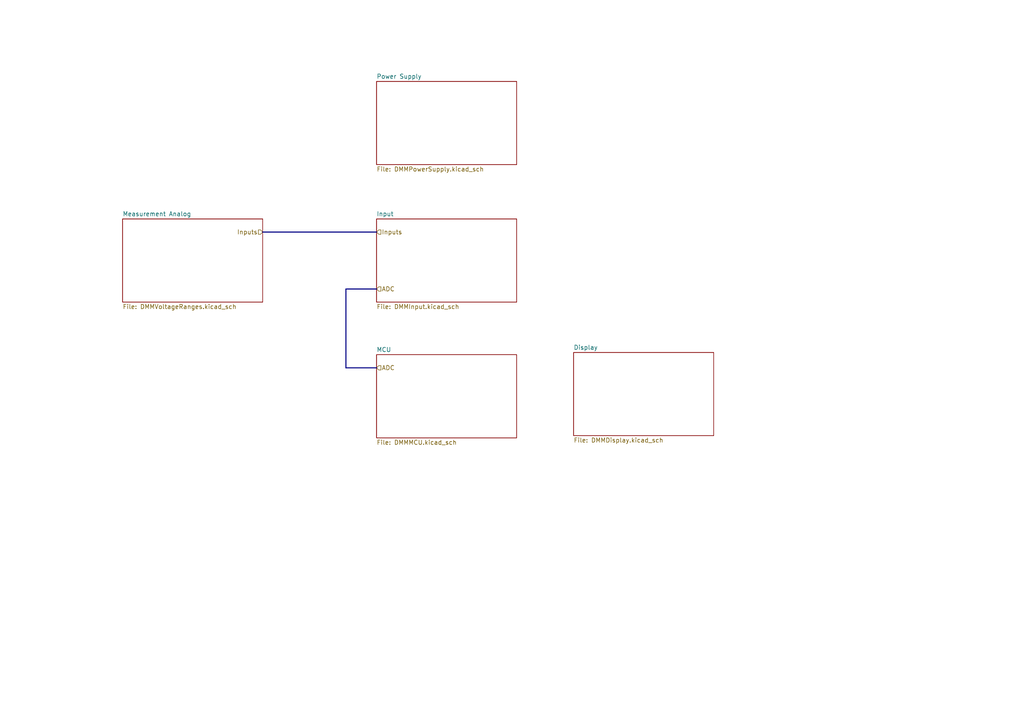
<source format=kicad_sch>
(kicad_sch (version 20230121) (generator eeschema)

  (uuid fdef8797-05b6-4b9b-8306-0b70a5374f43)

  (paper "A4")

  (lib_symbols
  )


  (bus (pts (xy 100.33 83.82) (xy 100.33 106.68))
    (stroke (width 0) (type default))
    (uuid 019b18c3-5062-4c57-8bac-f8c7e28459e8)
  )
  (bus (pts (xy 100.33 83.82) (xy 109.22 83.82))
    (stroke (width 0) (type default))
    (uuid 3fce70b8-6328-494f-bf72-3dfe17aba1a8)
  )
  (bus (pts (xy 100.33 106.68) (xy 109.22 106.68))
    (stroke (width 0) (type default))
    (uuid 564279ef-cd40-407c-a643-128be1aafac4)
  )
  (bus (pts (xy 76.2 67.31) (xy 109.22 67.31))
    (stroke (width 0) (type default))
    (uuid 81a6ed13-ab2e-42df-9fd4-b60db7bdf025)
  )

  (hierarchical_label "ADC" (shape input) (at 109.22 83.82 0) (fields_autoplaced)
    (effects (font (size 1.27 1.27)) (justify left))
    (uuid 57bf3c1b-b9f2-4520-9849-daefebbf1309)
  )
  (hierarchical_label "Inputs" (shape input) (at 109.22 67.31 0) (fields_autoplaced)
    (effects (font (size 1.27 1.27)) (justify left))
    (uuid 95beec11-8de7-46b5-a02e-f1ad03ceae17)
  )
  (hierarchical_label "Inputs" (shape input) (at 76.2 67.31 180) (fields_autoplaced)
    (effects (font (size 1.27 1.27)) (justify right))
    (uuid ac9ae277-be99-4615-8adc-516cd338c9a4)
  )
  (hierarchical_label "ADC" (shape input) (at 109.22 106.68 0) (fields_autoplaced)
    (effects (font (size 1.27 1.27)) (justify left))
    (uuid f8d18436-dded-475c-b50f-acda990ad975)
  )

  (sheet (at 166.37 102.235) (size 40.64 24.13) (fields_autoplaced)
    (stroke (width 0.1524) (type solid))
    (fill (color 0 0 0 0.0000))
    (uuid 0a6867db-d710-4243-a1cb-04b7932805f6)
    (property "Sheetname" "Display" (at 166.37 101.5234 0)
      (effects (font (size 1.27 1.27)) (justify left bottom))
    )
    (property "Sheetfile" "DMMDisplay.kicad_sch" (at 166.37 126.9496 0)
      (effects (font (size 1.27 1.27)) (justify left top))
    )
    (property "Field2" "" (at 166.37 102.235 0)
      (effects (font (size 1.27 1.27)) hide)
    )
    (instances
      (project "DMM"
        (path "/fdef8797-05b6-4b9b-8306-0b70a5374f43" (page "5"))
      )
    )
  )

  (sheet (at 35.56 63.5) (size 40.64 24.13) (fields_autoplaced)
    (stroke (width 0.1524) (type solid))
    (fill (color 0 0 0 0.0000))
    (uuid 47d95a9d-7333-4fe2-91a0-1743f3158f3f)
    (property "Sheetname" "Measurement Analog" (at 35.56 62.7884 0)
      (effects (font (size 1.27 1.27)) (justify left bottom))
    )
    (property "Sheetfile" "DMMVoltageRanges.kicad_sch" (at 35.56 88.2146 0)
      (effects (font (size 1.27 1.27)) (justify left top))
    )
    (instances
      (project "DMM"
        (path "/fdef8797-05b6-4b9b-8306-0b70a5374f43" (page "3"))
      )
    )
  )

  (sheet (at 109.22 23.622) (size 40.64 24.13) (fields_autoplaced)
    (stroke (width 0.1524) (type solid))
    (fill (color 0 0 0 0.0000))
    (uuid 6621768e-fc27-4f4e-82e0-f390d616c28c)
    (property "Sheetname" "Power Supply" (at 109.22 22.9104 0)
      (effects (font (size 1.27 1.27)) (justify left bottom))
    )
    (property "Sheetfile" "DMMPowerSupply.kicad_sch" (at 109.22 48.3366 0)
      (effects (font (size 1.27 1.27)) (justify left top))
    )
    (instances
      (project "DMM"
        (path "/fdef8797-05b6-4b9b-8306-0b70a5374f43" (page "6"))
      )
    )
  )

  (sheet (at 109.22 102.87) (size 40.64 24.13) (fields_autoplaced)
    (stroke (width 0.1524) (type solid))
    (fill (color 0 0 0 0.0000))
    (uuid 97bd2a58-c220-4e8f-9379-f8f1da39c760)
    (property "Sheetname" "MCU" (at 109.22 102.1584 0)
      (effects (font (size 1.27 1.27)) (justify left bottom))
    )
    (property "Sheetfile" "DMMMCU.kicad_sch" (at 109.22 127.5846 0)
      (effects (font (size 1.27 1.27)) (justify left top))
    )
    (instances
      (project "DMM"
        (path "/fdef8797-05b6-4b9b-8306-0b70a5374f43" (page "5"))
      )
    )
  )

  (sheet (at 109.22 63.5) (size 40.64 24.13) (fields_autoplaced)
    (stroke (width 0.1524) (type solid))
    (fill (color 0 0 0 0.0000))
    (uuid d1812343-f021-4c4a-bd79-8527f8a249f7)
    (property "Sheetname" "Input" (at 109.22 62.7884 0)
      (effects (font (size 1.27 1.27)) (justify left bottom))
    )
    (property "Sheetfile" "DMMInput.kicad_sch" (at 109.22 88.2146 0)
      (effects (font (size 1.27 1.27)) (justify left top))
    )
    (instances
      (project "DMM"
        (path "/fdef8797-05b6-4b9b-8306-0b70a5374f43" (page "2"))
      )
    )
  )

  (sheet_instances
    (path "/" (page "1"))
  )
)

</source>
